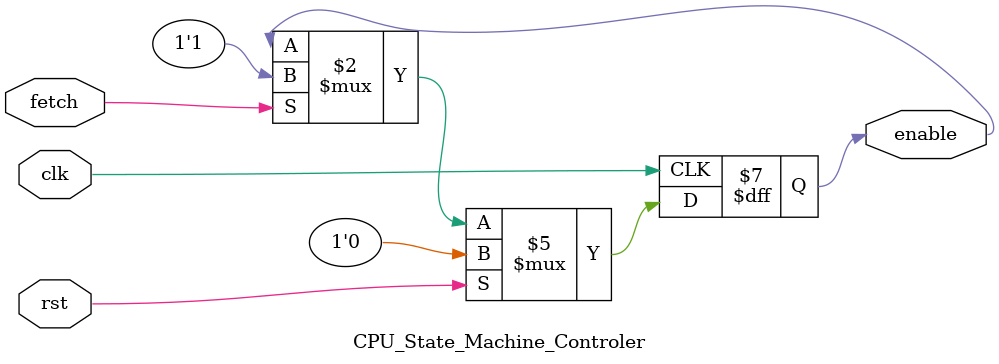
<source format=v>
`timescale 1ns / 1ns

module CPU_State_Machine_Controler(enable,fetch,rst,clk);
input fetch,rst,clk;
output enable;
reg enable;
reg state;
always @(posedge clk)
begin
	if(rst)
		begin
			enable<=0;
		end
	else
		if(fetch)
			begin
				enable<=1;
			end
end


endmodule

</source>
